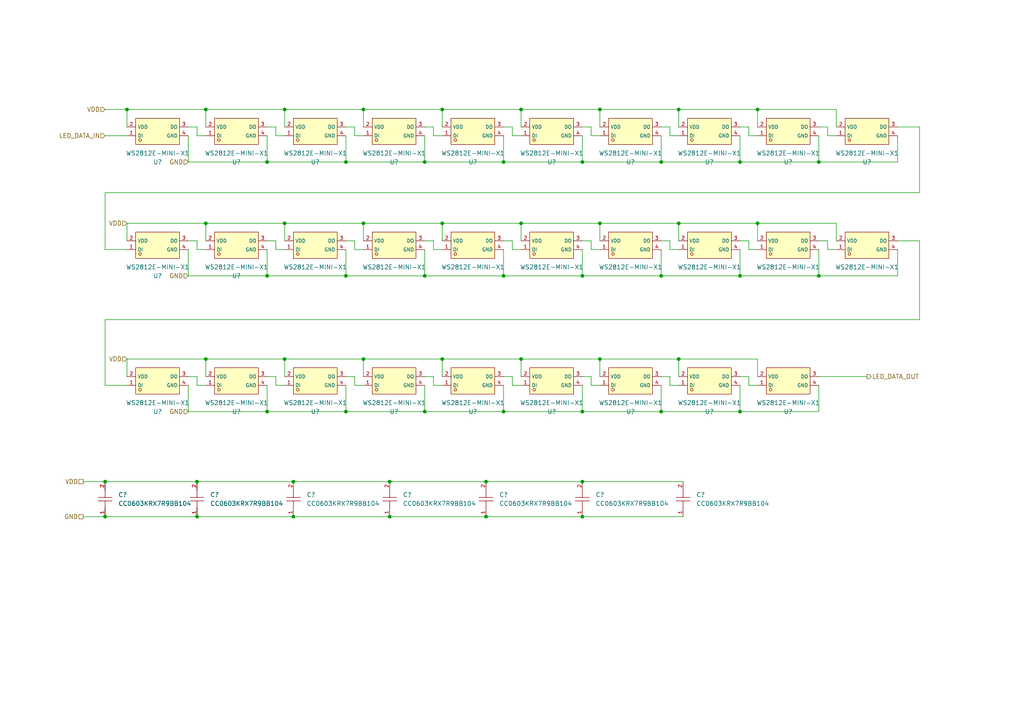
<source format=kicad_sch>
(kicad_sch (version 20230121) (generator eeschema)
  (paper "A4")
  (lib_symbols
    (symbol "CC0603KRX7R9BB104:CC0603KRX7R9BB104" (pin_names hide)
      (property "Reference" "C" (at 0 1.27 0))
      (property "Value" "CC0603KRX7R9BB104" (at 0 -2.54 0))
      (symbol "CC0603KRX7R9BB104_0_1"
        (polyline (pts (xy -0.508 -2.032) (xy -0.508 2.032)))
        (polyline (pts (xy -0.508 0) (xy -2.54 0)))
        (polyline (pts (xy 0.508 2.032) (xy 0.508 -2.032)))
        (polyline (pts (xy 2.54 0) (xy 0.508 0)))
        (pin unspecified line (at -5.08 0 0) (length 2.54) (name "1") (number "1"))
        (pin unspecified line (at 5.08 0 180) (length 2.54) (name "2") (number "2"))
      )
    )
    (symbol "WS2812E-MINI-X1:WS2812E-MINI-X1"
      (property "Reference" "U" (at 0 1.27 0))
      (property "Value" "WS2812E-MINI-X1" (at 0 -2.54 0))
      (symbol "WS2812E-MINI-X1_0_1"
        (rectangle (start -6.35 3.81) (end 6.35 -3.81) (fill (type background)))
        (circle (center -5.08 2.54) (radius 0.381) (fill (type background)))
        (pin unspecified line (at -8.89 1.27 0) (length 2.54) (name "DI") (number "1"))
        (pin unspecified line (at -8.89 -1.27 0) (length 2.54) (name "VDD") (number "2"))
        (pin unspecified line (at 8.89 -1.27 180) (length 2.54) (name "DO") (number "3"))
        (pin unspecified line (at 8.89 1.27 180) (length 2.54) (name "GND") (number "4"))
      )
    )
  )
  (junction (at 214.63 119.38))
  (junction (at 219.71 64.77))
  (junction (at 85.09 139.7))
  (junction (at 36.83 31.75))
  (junction (at 173.99 31.75))
  (junction (at 173.99 104.14))
  (junction (at 191.77 119.38))
  (junction (at 237.49 46.99))
  (junction (at 100.33 80.01))
  (junction (at 140.97 149.86))
  (junction (at 146.05 119.38))
  (junction (at 128.27 31.75))
  (junction (at 219.71 31.75))
  (junction (at 100.33 46.99))
  (junction (at 57.15 149.86))
  (junction (at 173.99 64.77))
  (junction (at 128.27 64.77))
  (junction (at 77.47 80.01))
  (junction (at 77.47 119.38))
  (junction (at 82.55 31.75))
  (junction (at 214.63 46.99))
  (junction (at 30.48 139.7))
  (junction (at 30.48 149.86))
  (junction (at 123.19 46.99))
  (junction (at 113.03 149.86))
  (junction (at 105.41 31.75))
  (junction (at 128.27 104.14))
  (junction (at 140.97 139.7))
  (junction (at 105.41 104.14))
  (junction (at 123.19 119.38))
  (junction (at 113.03 139.7))
  (junction (at 168.91 149.86))
  (junction (at 59.69 104.14))
  (junction (at 82.55 64.77))
  (junction (at 105.41 64.77))
  (junction (at 57.15 139.7))
  (junction (at 168.91 46.99))
  (junction (at 168.91 80.01))
  (junction (at 191.77 80.01))
  (junction (at 59.69 64.77))
  (junction (at 151.13 104.14))
  (junction (at 146.05 80.01))
  (junction (at 196.85 104.14))
  (junction (at 151.13 31.75))
  (junction (at 82.55 104.14))
  (junction (at 146.05 46.99))
  (junction (at 123.19 80.01))
  (junction (at 77.47 46.99))
  (junction (at 59.69 31.75))
  (junction (at 237.49 80.01))
  (junction (at 100.33 119.38))
  (junction (at 196.85 64.77))
  (junction (at 151.13 64.77))
  (junction (at 196.85 31.75))
  (junction (at 168.91 119.38))
  (junction (at 85.09 149.86))
  (junction (at 214.63 80.01))
  (junction (at 191.77 46.99))
  (junction (at 168.91 139.7))
  (wire (pts (xy 240.03 39.37) (xy 242.57 39.37)))
  (wire (pts (xy 219.71 31.75) (xy 219.71 36.83)))
  (wire (pts (xy 217.17 69.85) (xy 217.17 72.39)))
  (wire (pts (xy 217.17 72.39) (xy 219.71 72.39)))
  (wire (pts (xy 171.45 36.83) (xy 171.45 39.37)))
  (wire (pts (xy 240.03 72.39) (xy 242.57 72.39)))
  (wire (pts (xy 214.63 119.38) (xy 237.49 119.38)))
  (wire (pts (xy 194.31 109.22) (xy 194.31 111.76)))
  (wire (pts (xy 24.13 149.86) (xy 30.48 149.86)))
  (wire (pts (xy 196.85 31.75) (xy 219.71 31.75)))
  (wire (pts (xy 194.31 72.39) (xy 196.85 72.39)))
  (wire (pts (xy 77.47 46.99) (xy 100.33 46.99)))
  (wire (pts (xy 146.05 36.83) (xy 148.59 36.83)))
  (wire (pts (xy 191.77 80.01) (xy 214.63 80.01)))
  (wire (pts (xy 125.73 39.37) (xy 128.27 39.37)))
  (wire (pts (xy 80.01 72.39) (xy 82.55 72.39)))
  (wire (pts (xy 140.97 139.7) (xy 168.91 139.7)))
  (wire (pts (xy 217.17 109.22) (xy 217.17 111.76)))
  (wire (pts (xy 266.7 69.85) (xy 266.7 92.71)))
  (wire (pts (xy 113.03 149.86) (xy 140.97 149.86)))
  (wire (pts (xy 171.45 39.37) (xy 173.99 39.37)))
  (wire (pts (xy 36.83 104.14) (xy 59.69 104.14)))
  (wire (pts (xy 214.63 46.99) (xy 237.49 46.99)))
  (wire (pts (xy 105.41 31.75) (xy 128.27 31.75)))
  (wire (pts (xy 123.19 69.85) (xy 125.73 69.85)))
  (wire (pts (xy 102.87 109.22) (xy 102.87 111.76)))
  (wire (pts (xy 237.49 109.22) (xy 251.46 109.22)))
  (wire (pts (xy 148.59 39.37) (xy 151.13 39.37)))
  (wire (pts (xy 57.15 36.83) (xy 57.15 39.37)))
  (wire (pts (xy 151.13 64.77) (xy 151.13 69.85)))
  (wire (pts (xy 219.71 64.77) (xy 242.57 64.77)))
  (wire (pts (xy 30.48 111.76) (xy 36.83 111.76)))
  (wire (pts (xy 168.91 119.38) (xy 168.91 111.76)))
  (wire (pts (xy 237.49 80.01) (xy 260.35 80.01)))
  (wire (pts (xy 146.05 119.38) (xy 168.91 119.38)))
  (wire (pts (xy 171.45 72.39) (xy 173.99 72.39)))
  (wire (pts (xy 82.55 31.75) (xy 82.55 36.83)))
  (wire (pts (xy 196.85 64.77) (xy 219.71 64.77)))
  (wire (pts (xy 194.31 111.76) (xy 196.85 111.76)))
  (wire (pts (xy 173.99 64.77) (xy 173.99 69.85)))
  (wire (pts (xy 100.33 80.01) (xy 100.33 72.39)))
  (wire (pts (xy 219.71 104.14) (xy 219.71 109.22)))
  (wire (pts (xy 242.57 64.77) (xy 242.57 69.85)))
  (wire (pts (xy 77.47 69.85) (xy 80.01 69.85)))
  (wire (pts (xy 100.33 109.22) (xy 102.87 109.22)))
  (wire (pts (xy 214.63 80.01) (xy 214.63 72.39)))
  (wire (pts (xy 125.73 109.22) (xy 125.73 111.76)))
  (wire (pts (xy 36.83 31.75) (xy 36.83 36.83)))
  (wire (pts (xy 36.83 64.77) (xy 36.83 69.85)))
  (wire (pts (xy 266.7 36.83) (xy 266.7 55.88)))
  (wire (pts (xy 113.03 139.7) (xy 140.97 139.7)))
  (wire (pts (xy 57.15 111.76) (xy 59.69 111.76)))
  (wire (pts (xy 77.47 80.01) (xy 100.33 80.01)))
  (wire (pts (xy 168.91 149.86) (xy 198.12 149.86)))
  (wire (pts (xy 146.05 80.01) (xy 146.05 72.39)))
  (wire (pts (xy 173.99 31.75) (xy 173.99 36.83)))
  (wire (pts (xy 105.41 64.77) (xy 105.41 69.85)))
  (wire (pts (xy 54.61 46.99) (xy 54.61 39.37)))
  (wire (pts (xy 214.63 109.22) (xy 217.17 109.22)))
  (wire (pts (xy 54.61 119.38) (xy 77.47 119.38)))
  (wire (pts (xy 82.55 64.77) (xy 82.55 69.85)))
  (wire (pts (xy 266.7 55.88) (xy 30.48 55.88)))
  (wire (pts (xy 123.19 119.38) (xy 146.05 119.38)))
  (wire (pts (xy 148.59 109.22) (xy 148.59 111.76)))
  (wire (pts (xy 168.91 46.99) (xy 168.91 39.37)))
  (wire (pts (xy 196.85 104.14) (xy 196.85 109.22)))
  (wire (pts (xy 100.33 46.99) (xy 123.19 46.99)))
  (wire (pts (xy 36.83 64.77) (xy 59.69 64.77)))
  (wire (pts (xy 128.27 64.77) (xy 128.27 69.85)))
  (wire (pts (xy 100.33 69.85) (xy 102.87 69.85)))
  (wire (pts (xy 260.35 80.01) (xy 260.35 72.39)))
  (wire (pts (xy 102.87 69.85) (xy 102.87 72.39)))
  (wire (pts (xy 260.35 46.99) (xy 260.35 39.37)))
  (wire (pts (xy 102.87 111.76) (xy 105.41 111.76)))
  (wire (pts (xy 57.15 139.7) (xy 85.09 139.7)))
  (wire (pts (xy 30.48 72.39) (xy 36.83 72.39)))
  (wire (pts (xy 148.59 69.85) (xy 148.59 72.39)))
  (wire (pts (xy 217.17 39.37) (xy 219.71 39.37)))
  (wire (pts (xy 36.83 104.14) (xy 36.83 109.22)))
  (wire (pts (xy 237.49 46.99) (xy 237.49 39.37)))
  (wire (pts (xy 82.55 31.75) (xy 105.41 31.75)))
  (wire (pts (xy 77.47 46.99) (xy 77.47 39.37)))
  (wire (pts (xy 59.69 104.14) (xy 82.55 104.14)))
  (wire (pts (xy 242.57 31.75) (xy 242.57 36.83)))
  (wire (pts (xy 240.03 69.85) (xy 240.03 72.39)))
  (wire (pts (xy 151.13 64.77) (xy 173.99 64.77)))
  (wire (pts (xy 173.99 104.14) (xy 196.85 104.14)))
  (wire (pts (xy 102.87 39.37) (xy 105.41 39.37)))
  (wire (pts (xy 191.77 69.85) (xy 194.31 69.85)))
  (wire (pts (xy 54.61 36.83) (xy 57.15 36.83)))
  (wire (pts (xy 196.85 104.14) (xy 219.71 104.14)))
  (wire (pts (xy 59.69 64.77) (xy 82.55 64.77)))
  (wire (pts (xy 102.87 36.83) (xy 102.87 39.37)))
  (wire (pts (xy 105.41 104.14) (xy 128.27 104.14)))
  (wire (pts (xy 54.61 46.99) (xy 77.47 46.99)))
  (wire (pts (xy 240.03 36.83) (xy 240.03 39.37)))
  (wire (pts (xy 30.48 55.88) (xy 30.48 72.39)))
  (wire (pts (xy 168.91 46.99) (xy 191.77 46.99)))
  (wire (pts (xy 30.48 149.86) (xy 57.15 149.86)))
  (wire (pts (xy 100.33 119.38) (xy 100.33 111.76)))
  (wire (pts (xy 151.13 104.14) (xy 173.99 104.14)))
  (wire (pts (xy 100.33 119.38) (xy 123.19 119.38)))
  (wire (pts (xy 123.19 119.38) (xy 123.19 111.76)))
  (wire (pts (xy 59.69 31.75) (xy 82.55 31.75)))
  (wire (pts (xy 57.15 39.37) (xy 59.69 39.37)))
  (wire (pts (xy 217.17 111.76) (xy 219.71 111.76)))
  (wire (pts (xy 214.63 80.01) (xy 237.49 80.01)))
  (wire (pts (xy 151.13 31.75) (xy 151.13 36.83)))
  (wire (pts (xy 151.13 104.14) (xy 151.13 109.22)))
  (wire (pts (xy 191.77 36.83) (xy 194.31 36.83)))
  (wire (pts (xy 30.48 139.7) (xy 57.15 139.7)))
  (wire (pts (xy 59.69 64.77) (xy 59.69 69.85)))
  (wire (pts (xy 59.69 31.75) (xy 59.69 36.83)))
  (wire (pts (xy 194.31 36.83) (xy 194.31 39.37)))
  (wire (pts (xy 85.09 139.7) (xy 113.03 139.7)))
  (wire (pts (xy 54.61 109.22) (xy 57.15 109.22)))
  (wire (pts (xy 77.47 109.22) (xy 80.01 109.22)))
  (wire (pts (xy 125.73 36.83) (xy 125.73 39.37)))
  (wire (pts (xy 191.77 80.01) (xy 191.77 72.39)))
  (wire (pts (xy 123.19 46.99) (xy 146.05 46.99)))
  (wire (pts (xy 196.85 31.75) (xy 196.85 36.83)))
  (wire (pts (xy 80.01 109.22) (xy 80.01 111.76)))
  (wire (pts (xy 146.05 69.85) (xy 148.59 69.85)))
  (wire (pts (xy 123.19 46.99) (xy 123.19 39.37)))
  (wire (pts (xy 54.61 69.85) (xy 57.15 69.85)))
  (wire (pts (xy 191.77 46.99) (xy 214.63 46.99)))
  (wire (pts (xy 214.63 46.99) (xy 214.63 39.37)))
  (wire (pts (xy 125.73 111.76) (xy 128.27 111.76)))
  (wire (pts (xy 237.49 80.01) (xy 237.49 72.39)))
  (wire (pts (xy 128.27 104.14) (xy 151.13 104.14)))
  (wire (pts (xy 171.45 109.22) (xy 171.45 111.76)))
  (wire (pts (xy 146.05 46.99) (xy 146.05 39.37)))
  (wire (pts (xy 105.41 64.77) (xy 128.27 64.77)))
  (wire (pts (xy 140.97 149.86) (xy 168.91 149.86)))
  (wire (pts (xy 30.48 39.37) (xy 36.83 39.37)))
  (wire (pts (xy 57.15 149.86) (xy 85.09 149.86)))
  (wire (pts (xy 105.41 31.75) (xy 105.41 36.83)))
  (wire (pts (xy 219.71 31.75) (xy 242.57 31.75)))
  (wire (pts (xy 54.61 80.01) (xy 54.61 72.39)))
  (wire (pts (xy 105.41 104.14) (xy 105.41 109.22)))
  (wire (pts (xy 168.91 139.7) (xy 198.12 139.7)))
  (wire (pts (xy 148.59 72.39) (xy 151.13 72.39)))
  (wire (pts (xy 191.77 109.22) (xy 194.31 109.22)))
  (wire (pts (xy 260.35 36.83) (xy 266.7 36.83)))
  (wire (pts (xy 171.45 111.76) (xy 173.99 111.76)))
  (wire (pts (xy 194.31 69.85) (xy 194.31 72.39)))
  (wire (pts (xy 77.47 119.38) (xy 100.33 119.38)))
  (wire (pts (xy 123.19 109.22) (xy 125.73 109.22)))
  (wire (pts (xy 148.59 111.76) (xy 151.13 111.76)))
  (wire (pts (xy 82.55 64.77) (xy 105.41 64.77)))
  (wire (pts (xy 128.27 64.77) (xy 151.13 64.77)))
  (wire (pts (xy 237.49 36.83) (xy 240.03 36.83)))
  (wire (pts (xy 146.05 80.01) (xy 168.91 80.01)))
  (wire (pts (xy 59.69 104.14) (xy 59.69 109.22)))
  (wire (pts (xy 168.91 36.83) (xy 171.45 36.83)))
  (wire (pts (xy 128.27 31.75) (xy 151.13 31.75)))
  (wire (pts (xy 77.47 80.01) (xy 77.47 72.39)))
  (wire (pts (xy 168.91 80.01) (xy 168.91 72.39)))
  (wire (pts (xy 123.19 80.01) (xy 146.05 80.01)))
  (wire (pts (xy 54.61 80.01) (xy 77.47 80.01)))
  (wire (pts (xy 77.47 36.83) (xy 80.01 36.83)))
  (wire (pts (xy 100.33 80.01) (xy 123.19 80.01)))
  (wire (pts (xy 146.05 46.99) (xy 168.91 46.99)))
  (wire (pts (xy 77.47 119.38) (xy 77.47 111.76)))
  (wire (pts (xy 214.63 36.83) (xy 217.17 36.83)))
  (wire (pts (xy 125.73 69.85) (xy 125.73 72.39)))
  (wire (pts (xy 82.55 104.14) (xy 82.55 109.22)))
  (wire (pts (xy 237.49 119.38) (xy 237.49 111.76)))
  (wire (pts (xy 123.19 80.01) (xy 123.19 72.39)))
  (wire (pts (xy 128.27 31.75) (xy 128.27 36.83)))
  (wire (pts (xy 57.15 72.39) (xy 59.69 72.39)))
  (wire (pts (xy 266.7 92.71) (xy 30.48 92.71)))
  (wire (pts (xy 194.31 39.37) (xy 196.85 39.37)))
  (wire (pts (xy 36.83 31.75) (xy 59.69 31.75)))
  (wire (pts (xy 217.17 36.83) (xy 217.17 39.37)))
  (wire (pts (xy 80.01 39.37) (xy 82.55 39.37)))
  (wire (pts (xy 30.48 92.71) (xy 30.48 111.76)))
  (wire (pts (xy 146.05 119.38) (xy 146.05 111.76)))
  (wire (pts (xy 191.77 119.38) (xy 214.63 119.38)))
  (wire (pts (xy 214.63 119.38) (xy 214.63 111.76)))
  (wire (pts (xy 173.99 104.14) (xy 173.99 109.22)))
  (wire (pts (xy 57.15 109.22) (xy 57.15 111.76)))
  (wire (pts (xy 30.48 31.75) (xy 36.83 31.75)))
  (wire (pts (xy 123.19 36.83) (xy 125.73 36.83)))
  (wire (pts (xy 168.91 80.01) (xy 191.77 80.01)))
  (wire (pts (xy 82.55 104.14) (xy 105.41 104.14)))
  (wire (pts (xy 148.59 36.83) (xy 148.59 39.37)))
  (wire (pts (xy 173.99 31.75) (xy 196.85 31.75)))
  (wire (pts (xy 100.33 46.99) (xy 100.33 39.37)))
  (wire (pts (xy 219.71 64.77) (xy 219.71 69.85)))
  (wire (pts (xy 191.77 119.38) (xy 191.77 111.76)))
  (wire (pts (xy 237.49 46.99) (xy 260.35 46.99)))
  (wire (pts (xy 168.91 69.85) (xy 171.45 69.85)))
  (wire (pts (xy 80.01 111.76) (xy 82.55 111.76)))
  (wire (pts (xy 237.49 69.85) (xy 240.03 69.85)))
  (wire (pts (xy 57.15 69.85) (xy 57.15 72.39)))
  (wire (pts (xy 102.87 72.39) (xy 105.41 72.39)))
  (wire (pts (xy 80.01 36.83) (xy 80.01 39.37)))
  (wire (pts (xy 54.61 119.38) (xy 54.61 111.76)))
  (wire (pts (xy 173.99 64.77) (xy 196.85 64.77)))
  (wire (pts (xy 80.01 69.85) (xy 80.01 72.39)))
  (wire (pts (xy 171.45 69.85) (xy 171.45 72.39)))
  (wire (pts (xy 196.85 64.77) (xy 196.85 69.85)))
  (wire (pts (xy 146.05 109.22) (xy 148.59 109.22)))
  (wire (pts (xy 125.73 72.39) (xy 128.27 72.39)))
  (wire (pts (xy 168.91 109.22) (xy 171.45 109.22)))
  (wire (pts (xy 260.35 69.85) (xy 266.7 69.85)))
  (wire (pts (xy 214.63 69.85) (xy 217.17 69.85)))
  (wire (pts (xy 168.91 119.38) (xy 191.77 119.38)))
  (wire (pts (xy 24.13 139.7) (xy 30.48 139.7)))
  (wire (pts (xy 128.27 104.14) (xy 128.27 109.22)))
  (wire (pts (xy 191.77 46.99) (xy 191.77 39.37)))
  (wire (pts (xy 85.09 149.86) (xy 113.03 149.86)))
  (wire (pts (xy 100.33 36.83) (xy 102.87 36.83)))
  (wire (pts (xy 151.13 31.75) (xy 173.99 31.75)))
  (hierarchical_label "GND" (shape input) (at 54.61 46.99 180))
  (hierarchical_label "GND" (shape input) (at 54.61 80.01 180))
  (hierarchical_label "LED_DATA_IN" (shape input) (at 30.48 39.37 180))
  (hierarchical_label "GND" (shape input) (at 54.61 119.38 180))
  (hierarchical_label "VDD" (shape input) (at 36.83 104.14 180))
  (hierarchical_label "VDD" (shape passive) (at 24.13 139.7 180))
  (hierarchical_label "LED_DATA_OUT" (shape output) (at 251.46 109.22 0))
  (hierarchical_label "GND" (shape passive) (at 24.13 149.86 180))
  (hierarchical_label "VDD" (shape input) (at 36.83 64.77 180))
  (hierarchical_label "VDD" (shape input) (at 30.48 31.75 180))
  (symbol (lib_id "WS2812E-MINI-X1:WS2812E-MINI-X1") (at 182.88 71.12 0) (mirror x) (unit 1)
    (property "Reference" "U?" (effects hide))
    (property "Value" "WS2812E-MINI-X1" (at 182.88 77.47 0))
    (property "Footprint" "footprint:LED-SMD_4P-L3.7-W3.5-P1.75-BR-SK6812MINI" (effects hide))
    (property "Datasheet" "https://img.jlc.com//pdf/applyPasteComponent/2021-08-13/227897A/fe3af65e2fb740009f9ca81730226214/3535%E5%B9%BB%E5%BD%A9%E7%9F%AE%E6%9D%AF%E8%A7%84%E6%A0%BC%E4%B9%A6.pdf" (effects hide))
    (property "LCSC" "C4154871" (effects hide))
    (instances (project "Kaboom_box" (path "" (reference "U?") (unit 1)) (path "" (reference "U?") (unit 1)) (path "" (reference "U123") (unit 1)) (path "" (reference "U166") (unit 1))))
  )
  (symbol (lib_id "WS2812E-MINI-X1:WS2812E-MINI-X1") (at 251.46 71.12 0) (mirror x) (unit 1)
    (property "Reference" "U?" (effects hide))
    (property "Value" "WS2812E-MINI-X1" (at 251.46 77.47 0))
    (property "Footprint" "footprint:LED-SMD_4P-L3.7-W3.5-P1.75-BR-SK6812MINI" (effects hide))
    (property "Datasheet" "https://img.jlc.com//pdf/applyPasteComponent/2021-08-13/227897A/fe3af65e2fb740009f9ca81730226214/3535%E5%B9%BB%E5%BD%A9%E7%9F%AE%E6%9D%AF%E8%A7%84%E6%A0%BC%E4%B9%A6.pdf" (effects hide))
    (property "LCSC" "C4154871" (effects hide))
    (instances (project "Kaboom_box" (path "" (reference "U?") (unit 1)) (path "" (reference "U?") (unit 1)) (path "" (reference "U126") (unit 1)) (path "" (reference "U169") (unit 1))))
  )
  (symbol (lib_id "WS2812E-MINI-X1:WS2812E-MINI-X1") (at 45.72 110.49 0) (mirror x) (unit 1)
    (property "Reference" "U?" (at 45.72 119.38 0))
    (property "Value" "WS2812E-MINI-X1" (at 45.72 116.84 0))
    (property "Footprint" "footprint:LED-SMD_4P-L3.7-W3.5-P1.75-BR-SK6812MINI" (effects hide))
    (property "Datasheet" "https://img.jlc.com//pdf/applyPasteComponent/2021-08-13/227897A/fe3af65e2fb740009f9ca81730226214/3535%E5%B9%BB%E5%BD%A9%E7%9F%AE%E6%9D%AF%E8%A7%84%E6%A0%BC%E4%B9%A6.pdf" (effects hide))
    (property "LCSC" "C4154871" (effects hide))
    (instances (project "Kaboom_box" (path "" (reference "U?") (unit 1)) (path "" (reference "U?") (unit 1)) (path "" (reference "U127") (unit 1)) (path "" (reference "U170") (unit 1))))
  )
  (symbol (lib_id "WS2812E-MINI-X1:WS2812E-MINI-X1") (at 68.58 71.12 0) (mirror x) (unit 1)
    (property "Reference" "U?" (at 68.58 80.01 0))
    (property "Value" "WS2812E-MINI-X1" (at 68.58 77.47 0))
    (property "Footprint" "footprint:LED-SMD_4P-L3.7-W3.5-P1.75-BR-SK6812MINI" (effects hide))
    (property "Datasheet" "https://img.jlc.com//pdf/applyPasteComponent/2021-08-13/227897A/fe3af65e2fb740009f9ca81730226214/3535%E5%B9%BB%E5%BD%A9%E7%9F%AE%E6%9D%AF%E8%A7%84%E6%A0%BC%E4%B9%A6.pdf" (effects hide))
    (property "LCSC" "C4154871" (effects hide))
    (instances (project "Kaboom_box" (path "" (reference "U?") (unit 1)) (path "" (reference "U?") (unit 1)) (path "" (reference "U118") (unit 1)) (path "" (reference "U161") (unit 1))))
  )
  (symbol (lib_id "WS2812E-MINI-X1:WS2812E-MINI-X1") (at 68.58 38.1 0) (mirror x) (unit 1)
    (property "Reference" "U?" (at 68.58 46.99 0))
    (property "Value" "WS2812E-MINI-X1" (at 68.58 44.45 0))
    (property "Footprint" "footprint:LED-SMD_4P-L3.7-W3.5-P1.75-BR-SK6812MINI" (effects hide))
    (property "Datasheet" "https://img.jlc.com//pdf/applyPasteComponent/2021-08-13/227897A/fe3af65e2fb740009f9ca81730226214/3535%E5%B9%BB%E5%BD%A9%E7%9F%AE%E6%9D%AF%E8%A7%84%E6%A0%BC%E4%B9%A6.pdf" (effects hide))
    (property "LCSC" "C4154871" (effects hide))
    (instances (project "Kaboom_box" (path "" (reference "U?") (unit 1)) (path "" (reference "U?") (unit 1)) (path "" (reference "U108") (unit 1)) (path "" (reference "U151") (unit 1))))
  )
  (symbol (lib_id "WS2812E-MINI-X1:WS2812E-MINI-X1") (at 91.44 38.1 0) (mirror x) (unit 1)
    (property "Reference" "U?" (at 91.44 46.99 0))
    (property "Value" "WS2812E-MINI-X1" (at 91.44 44.45 0))
    (property "Footprint" "footprint:LED-SMD_4P-L3.7-W3.5-P1.75-BR-SK6812MINI" (effects hide))
    (property "Datasheet" "https://img.jlc.com//pdf/applyPasteComponent/2021-08-13/227897A/fe3af65e2fb740009f9ca81730226214/3535%E5%B9%BB%E5%BD%A9%E7%9F%AE%E6%9D%AF%E8%A7%84%E6%A0%BC%E4%B9%A6.pdf" (effects hide))
    (property "LCSC" "C4154871" (effects hide))
    (instances (project "Kaboom_box" (path "" (reference "U?") (unit 1)) (path "" (reference "U?") (unit 1)) (path "" (reference "U109") (unit 1)) (path "" (reference "U152") (unit 1))))
  )
  (symbol (lib_id "WS2812E-MINI-X1:WS2812E-MINI-X1") (at 137.16 71.12 0) (mirror x) (unit 1)
    (property "Reference" "U?" (effects hide))
    (property "Value" "WS2812E-MINI-X1" (at 137.16 77.47 0))
    (property "Footprint" "footprint:LED-SMD_4P-L3.7-W3.5-P1.75-BR-SK6812MINI" (effects hide))
    (property "Datasheet" "https://img.jlc.com//pdf/applyPasteComponent/2021-08-13/227897A/fe3af65e2fb740009f9ca81730226214/3535%E5%B9%BB%E5%BD%A9%E7%9F%AE%E6%9D%AF%E8%A7%84%E6%A0%BC%E4%B9%A6.pdf" (effects hide))
    (property "LCSC" "C4154871" (effects hide))
    (instances (project "Kaboom_box" (path "" (reference "U?") (unit 1)) (path "" (reference "U?") (unit 1)) (path "" (reference "U121") (unit 1)) (path "" (reference "U164") (unit 1))))
  )
  (symbol (lib_id "CC0603KRX7R9BB104:CC0603KRX7R9BB104") (at 85.09 144.78 90) (unit 1)
    (property "Reference" "C?" (at 88.9 143.51 90) (effects (justify right)))
    (property "Value" "CC0603KRX7R9BB104" (at 88.9 146.05 90) (effects (justify right)))
    (property "Footprint" "footprint:C0603" (effects hide))
    (property "Datasheet" "https://item.szlcsc.com/362304.html" (effects hide))
    (property "LCSC" "C14663" (effects hide))
    (instances (project "Kaboom_box" (path "" (reference "C?") (unit 1)) (path "" (reference "C?") (unit 1)) (path "" (reference "C103") (unit 1)) (path "" (reference "C122") (unit 1))))
  )
  (symbol (lib_id "WS2812E-MINI-X1:WS2812E-MINI-X1") (at 91.44 71.12 0) (mirror x) (unit 1)
    (property "Reference" "U?" (effects hide))
    (property "Value" "WS2812E-MINI-X1" (at 91.44 77.47 0))
    (property "Footprint" "footprint:LED-SMD_4P-L3.7-W3.5-P1.75-BR-SK6812MINI" (effects hide))
    (property "Datasheet" "https://img.jlc.com//pdf/applyPasteComponent/2021-08-13/227897A/fe3af65e2fb740009f9ca81730226214/3535%E5%B9%BB%E5%BD%A9%E7%9F%AE%E6%9D%AF%E8%A7%84%E6%A0%BC%E4%B9%A6.pdf" (effects hide))
    (property "LCSC" "C4154871" (effects hide))
    (instances (project "Kaboom_box" (path "" (reference "U?") (unit 1)) (path "" (reference "U?") (unit 1)) (path "" (reference "U119") (unit 1)) (path "" (reference "U162") (unit 1))))
  )
  (symbol (lib_id "WS2812E-MINI-X1:WS2812E-MINI-X1") (at 45.72 38.1 0) (mirror x) (unit 1)
    (property "Reference" "U?" (at 45.72 46.99 0))
    (property "Value" "WS2812E-MINI-X1" (at 45.72 44.45 0))
    (property "Footprint" "footprint:LED-SMD_4P-L3.7-W3.5-P1.75-BR-SK6812MINI" (effects hide))
    (property "Datasheet" "https://img.jlc.com//pdf/applyPasteComponent/2021-08-13/227897A/fe3af65e2fb740009f9ca81730226214/3535%E5%B9%BB%E5%BD%A9%E7%9F%AE%E6%9D%AF%E8%A7%84%E6%A0%BC%E4%B9%A6.pdf" (effects hide))
    (property "LCSC" "C4154871" (effects hide))
    (instances (project "Kaboom_box" (path "" (reference "U?") (unit 1)) (path "" (reference "U?") (unit 1)) (path "" (reference "U107") (unit 1)) (path "" (reference "U150") (unit 1))))
  )
  (symbol (lib_id "WS2812E-MINI-X1:WS2812E-MINI-X1") (at 228.6 71.12 0) (mirror x) (unit 1)
    (property "Reference" "U?" (effects hide))
    (property "Value" "WS2812E-MINI-X1" (at 228.6 77.47 0))
    (property "Footprint" "footprint:LED-SMD_4P-L3.7-W3.5-P1.75-BR-SK6812MINI" (effects hide))
    (property "Datasheet" "https://img.jlc.com//pdf/applyPasteComponent/2021-08-13/227897A/fe3af65e2fb740009f9ca81730226214/3535%E5%B9%BB%E5%BD%A9%E7%9F%AE%E6%9D%AF%E8%A7%84%E6%A0%BC%E4%B9%A6.pdf" (effects hide))
    (property "LCSC" "C4154871" (effects hide))
    (instances (project "Kaboom_box" (path "" (reference "U?") (unit 1)) (path "" (reference "U?") (unit 1)) (path "" (reference "U125") (unit 1)) (path "" (reference "U168") (unit 1))))
  )
  (symbol (lib_id "CC0603KRX7R9BB104:CC0603KRX7R9BB104") (at 113.03 144.78 90) (unit 1)
    (property "Reference" "C?" (at 116.84 143.51 90) (effects (justify right)))
    (property "Value" "CC0603KRX7R9BB104" (at 116.84 146.05 90) (effects (justify right)))
    (property "Footprint" "footprint:C0603" (effects hide))
    (property "Datasheet" "https://item.szlcsc.com/362304.html" (effects hide))
    (property "LCSC" "C14663" (effects hide))
    (instances (project "Kaboom_box" (path "" (reference "C?") (unit 1)) (path "" (reference "C?") (unit 1)) (path "" (reference "C104") (unit 1)) (path "" (reference "C123") (unit 1))))
  )
  (symbol (lib_id "WS2812E-MINI-X1:WS2812E-MINI-X1") (at 160.02 38.1 0) (mirror x) (unit 1)
    (property "Reference" "U?" (at 160.02 46.99 0))
    (property "Value" "WS2812E-MINI-X1" (at 160.02 44.45 0))
    (property "Footprint" "footprint:LED-SMD_4P-L3.7-W3.5-P1.75-BR-SK6812MINI" (effects hide))
    (property "Datasheet" "https://img.jlc.com//pdf/applyPasteComponent/2021-08-13/227897A/fe3af65e2fb740009f9ca81730226214/3535%E5%B9%BB%E5%BD%A9%E7%9F%AE%E6%9D%AF%E8%A7%84%E6%A0%BC%E4%B9%A6.pdf" (effects hide))
    (property "LCSC" "C4154871" (effects hide))
    (instances (project "Kaboom_box" (path "" (reference "U?") (unit 1)) (path "" (reference "U?") (unit 1)) (path "" (reference "U112") (unit 1)) (path "" (reference "U155") (unit 1))))
  )
  (symbol (lib_id "CC0603KRX7R9BB104:CC0603KRX7R9BB104") (at 168.91 144.78 90) (unit 1)
    (property "Reference" "C?" (at 172.72 143.51 90) (effects (justify right)))
    (property "Value" "CC0603KRX7R9BB104" (at 172.72 146.05 90) (effects (justify right)))
    (property "Footprint" "footprint:C0603" (effects hide))
    (property "Datasheet" "https://item.szlcsc.com/362304.html" (effects hide))
    (property "LCSC" "C14663" (effects hide))
    (instances (project "Kaboom_box" (path "" (reference "C?") (unit 1)) (path "" (reference "C?") (unit 1)) (path "" (reference "C106") (unit 1)) (path "" (reference "C125") (unit 1))))
  )
  (symbol (lib_id "WS2812E-MINI-X1:WS2812E-MINI-X1") (at 114.3 71.12 0) (mirror x) (unit 1)
    (property "Reference" "U?" (effects hide))
    (property "Value" "WS2812E-MINI-X1" (at 114.3 77.47 0))
    (property "Footprint" "footprint:LED-SMD_4P-L3.7-W3.5-P1.75-BR-SK6812MINI" (effects hide))
    (property "Datasheet" "https://img.jlc.com//pdf/applyPasteComponent/2021-08-13/227897A/fe3af65e2fb740009f9ca81730226214/3535%E5%B9%BB%E5%BD%A9%E7%9F%AE%E6%9D%AF%E8%A7%84%E6%A0%BC%E4%B9%A6.pdf" (effects hide))
    (property "LCSC" "C4154871" (effects hide))
    (instances (project "Kaboom_box" (path "" (reference "U?") (unit 1)) (path "" (reference "U?") (unit 1)) (path "" (reference "U120") (unit 1)) (path "" (reference "U163") (unit 1))))
  )
  (symbol (lib_id "CC0603KRX7R9BB104:CC0603KRX7R9BB104") (at 198.12 144.78 90) (unit 1)
    (property "Reference" "C?" (at 201.93 143.51 90) (effects (justify right)))
    (property "Value" "CC0603KRX7R9BB104" (at 201.93 146.05 90) (effects (justify right)))
    (property "Footprint" "footprint:C0603" (effects hide))
    (property "Datasheet" "https://item.szlcsc.com/362304.html" (effects hide))
    (property "LCSC" "C14663" (effects hide))
    (instances (project "Kaboom_box" (path "" (reference "C?") (unit 1)) (path "" (reference "C?") (unit 1)) (path "" (reference "C107") (unit 1)) (path "" (reference "C126") (unit 1))))
  )
  (symbol (lib_id "WS2812E-MINI-X1:WS2812E-MINI-X1") (at 160.02 110.49 0) (mirror x) (unit 1)
    (property "Reference" "U?" (at 160.02 119.38 0))
    (property "Value" "WS2812E-MINI-X1" (at 160.02 116.84 0))
    (property "Footprint" "footprint:LED-SMD_4P-L3.7-W3.5-P1.75-BR-SK6812MINI" (effects hide))
    (property "Datasheet" "https://img.jlc.com//pdf/applyPasteComponent/2021-08-13/227897A/fe3af65e2fb740009f9ca81730226214/3535%E5%B9%BB%E5%BD%A9%E7%9F%AE%E6%9D%AF%E8%A7%84%E6%A0%BC%E4%B9%A6.pdf" (effects hide))
    (property "LCSC" "C4154871" (effects hide))
    (instances (project "Kaboom_box" (path "" (reference "U?") (unit 1)) (path "" (reference "U?") (unit 1)) (path "" (reference "U132") (unit 1)) (path "" (reference "U175") (unit 1))))
  )
  (symbol (lib_id "WS2812E-MINI-X1:WS2812E-MINI-X1") (at 182.88 110.49 0) (mirror x) (unit 1)
    (property "Reference" "U?" (at 182.88 119.38 0))
    (property "Value" "WS2812E-MINI-X1" (at 182.88 116.84 0))
    (property "Footprint" "footprint:LED-SMD_4P-L3.7-W3.5-P1.75-BR-SK6812MINI" (effects hide))
    (property "Datasheet" "https://img.jlc.com//pdf/applyPasteComponent/2021-08-13/227897A/fe3af65e2fb740009f9ca81730226214/3535%E5%B9%BB%E5%BD%A9%E7%9F%AE%E6%9D%AF%E8%A7%84%E6%A0%BC%E4%B9%A6.pdf" (effects hide))
    (property "LCSC" "C4154871" (effects hide))
    (instances (project "Kaboom_box" (path "" (reference "U?") (unit 1)) (path "" (reference "U?") (unit 1)) (path "" (reference "U133") (unit 1)) (path "" (reference "U176") (unit 1))))
  )
  (symbol (lib_id "CC0603KRX7R9BB104:CC0603KRX7R9BB104") (at 57.15 144.78 90) (unit 1)
    (property "Reference" "C?" (at 60.96 143.51 90) (effects (justify right)))
    (property "Value" "CC0603KRX7R9BB104" (at 60.96 146.05 90) (effects (justify right)))
    (property "Footprint" "footprint:C0603" (effects hide))
    (property "Datasheet" "https://item.szlcsc.com/362304.html" (effects hide))
    (property "LCSC" "C14663" (effects hide))
    (instances (project "Kaboom_box" (path "" (reference "C?") (unit 1)) (path "" (reference "C?") (unit 1)) (path "" (reference "C102") (unit 1)) (path "" (reference "C121") (unit 1))))
  )
  (symbol (lib_id "CC0603KRX7R9BB104:CC0603KRX7R9BB104") (at 140.97 144.78 90) (unit 1)
    (property "Reference" "C?" (at 144.78 143.51 90) (effects (justify right)))
    (property "Value" "CC0603KRX7R9BB104" (at 144.78 146.05 90) (effects (justify right)))
    (property "Footprint" "footprint:C0603" (effects hide))
    (property "Datasheet" "https://item.szlcsc.com/362304.html" (effects hide))
    (property "LCSC" "C14663" (effects hide))
    (instances (project "Kaboom_box" (path "" (reference "C?") (unit 1)) (path "" (reference "C?") (unit 1)) (path "" (reference "C105") (unit 1)) (path "" (reference "C124") (unit 1))))
  )
  (symbol (lib_id "WS2812E-MINI-X1:WS2812E-MINI-X1") (at 91.44 110.49 0) (mirror x) (unit 1)
    (property "Reference" "U?" (at 91.44 119.38 0))
    (property "Value" "WS2812E-MINI-X1" (at 91.44 116.84 0))
    (property "Footprint" "footprint:LED-SMD_4P-L3.7-W3.5-P1.75-BR-SK6812MINI" (effects hide))
    (property "Datasheet" "https://img.jlc.com//pdf/applyPasteComponent/2021-08-13/227897A/fe3af65e2fb740009f9ca81730226214/3535%E5%B9%BB%E5%BD%A9%E7%9F%AE%E6%9D%AF%E8%A7%84%E6%A0%BC%E4%B9%A6.pdf" (effects hide))
    (property "LCSC" "C4154871" (effects hide))
    (instances (project "Kaboom_box" (path "" (reference "U?") (unit 1)) (path "" (reference "U?") (unit 1)) (path "" (reference "U129") (unit 1)) (path "" (reference "U172") (unit 1))))
  )
  (symbol (lib_id "WS2812E-MINI-X1:WS2812E-MINI-X1") (at 114.3 38.1 0) (mirror x) (unit 1)
    (property "Reference" "U?" (at 114.3 46.99 0))
    (property "Value" "WS2812E-MINI-X1" (at 114.3 44.45 0))
    (property "Footprint" "footprint:LED-SMD_4P-L3.7-W3.5-P1.75-BR-SK6812MINI" (effects hide))
    (property "Datasheet" "https://img.jlc.com//pdf/applyPasteComponent/2021-08-13/227897A/fe3af65e2fb740009f9ca81730226214/3535%E5%B9%BB%E5%BD%A9%E7%9F%AE%E6%9D%AF%E8%A7%84%E6%A0%BC%E4%B9%A6.pdf" (effects hide))
    (property "LCSC" "C4154871" (effects hide))
    (instances (project "Kaboom_box" (path "" (reference "U?") (unit 1)) (path "" (reference "U?") (unit 1)) (path "" (reference "U110") (unit 1)) (path "" (reference "U153") (unit 1))))
  )
  (symbol (lib_id "WS2812E-MINI-X1:WS2812E-MINI-X1") (at 182.88 38.1 0) (mirror x) (unit 1)
    (property "Reference" "U?" (at 182.88 46.99 0))
    (property "Value" "WS2812E-MINI-X1" (at 182.88 44.45 0))
    (property "Footprint" "footprint:LED-SMD_4P-L3.7-W3.5-P1.75-BR-SK6812MINI" (effects hide))
    (property "Datasheet" "https://img.jlc.com//pdf/applyPasteComponent/2021-08-13/227897A/fe3af65e2fb740009f9ca81730226214/3535%E5%B9%BB%E5%BD%A9%E7%9F%AE%E6%9D%AF%E8%A7%84%E6%A0%BC%E4%B9%A6.pdf" (effects hide))
    (property "LCSC" "C4154871" (effects hide))
    (instances (project "Kaboom_box" (path "" (reference "U?") (unit 1)) (path "" (reference "U?") (unit 1)) (path "" (reference "U113") (unit 1)) (path "" (reference "U156") (unit 1))))
  )
  (symbol (lib_id "WS2812E-MINI-X1:WS2812E-MINI-X1") (at 137.16 38.1 0) (mirror x) (unit 1)
    (property "Reference" "U?" (at 137.16 46.99 0))
    (property "Value" "WS2812E-MINI-X1" (at 137.16 44.45 0))
    (property "Footprint" "footprint:LED-SMD_4P-L3.7-W3.5-P1.75-BR-SK6812MINI" (effects hide))
    (property "Datasheet" "https://img.jlc.com//pdf/applyPasteComponent/2021-08-13/227897A/fe3af65e2fb740009f9ca81730226214/3535%E5%B9%BB%E5%BD%A9%E7%9F%AE%E6%9D%AF%E8%A7%84%E6%A0%BC%E4%B9%A6.pdf" (effects hide))
    (property "LCSC" "C4154871" (effects hide))
    (instances (project "Kaboom_box" (path "" (reference "U?") (unit 1)) (path "" (reference "U?") (unit 1)) (path "" (reference "U111") (unit 1)) (path "" (reference "U154") (unit 1))))
  )
  (symbol (lib_id "WS2812E-MINI-X1:WS2812E-MINI-X1") (at 68.58 110.49 0) (mirror x) (unit 1)
    (property "Reference" "U?" (at 68.58 119.38 0))
    (property "Value" "WS2812E-MINI-X1" (at 68.58 116.84 0))
    (property "Footprint" "footprint:LED-SMD_4P-L3.7-W3.5-P1.75-BR-SK6812MINI" (effects hide))
    (property "Datasheet" "https://img.jlc.com//pdf/applyPasteComponent/2021-08-13/227897A/fe3af65e2fb740009f9ca81730226214/3535%E5%B9%BB%E5%BD%A9%E7%9F%AE%E6%9D%AF%E8%A7%84%E6%A0%BC%E4%B9%A6.pdf" (effects hide))
    (property "LCSC" "C4154871" (effects hide))
    (instances (project "Kaboom_box" (path "" (reference "U?") (unit 1)) (path "" (reference "U?") (unit 1)) (path "" (reference "U128") (unit 1)) (path "" (reference "U171") (unit 1))))
  )
  (symbol (lib_id "WS2812E-MINI-X1:WS2812E-MINI-X1") (at 205.74 38.1 0) (mirror x) (unit 1)
    (property "Reference" "U?" (at 205.74 46.99 0))
    (property "Value" "WS2812E-MINI-X1" (at 205.74 44.45 0))
    (property "Footprint" "footprint:LED-SMD_4P-L3.7-W3.5-P1.75-BR-SK6812MINI" (effects hide))
    (property "Datasheet" "https://img.jlc.com//pdf/applyPasteComponent/2021-08-13/227897A/fe3af65e2fb740009f9ca81730226214/3535%E5%B9%BB%E5%BD%A9%E7%9F%AE%E6%9D%AF%E8%A7%84%E6%A0%BC%E4%B9%A6.pdf" (effects hide))
    (property "LCSC" "C4154871" (effects hide))
    (instances (project "Kaboom_box" (path "" (reference "U?") (unit 1)) (path "" (reference "U?") (unit 1)) (path "" (reference "U114") (unit 1)) (path "" (reference "U157") (unit 1))))
  )
  (symbol (lib_id "WS2812E-MINI-X1:WS2812E-MINI-X1") (at 137.16 110.49 0) (mirror x) (unit 1)
    (property "Reference" "U?" (at 137.16 119.38 0))
    (property "Value" "WS2812E-MINI-X1" (at 137.16 116.84 0))
    (property "Footprint" "footprint:LED-SMD_4P-L3.7-W3.5-P1.75-BR-SK6812MINI" (effects hide))
    (property "Datasheet" "https://img.jlc.com//pdf/applyPasteComponent/2021-08-13/227897A/fe3af65e2fb740009f9ca81730226214/3535%E5%B9%BB%E5%BD%A9%E7%9F%AE%E6%9D%AF%E8%A7%84%E6%A0%BC%E4%B9%A6.pdf" (effects hide))
    (property "LCSC" "C4154871" (effects hide))
    (instances (project "Kaboom_box" (path "" (reference "U?") (unit 1)) (path "" (reference "U?") (unit 1)) (path "" (reference "U131") (unit 1)) (path "" (reference "U174") (unit 1))))
  )
  (symbol (lib_id "WS2812E-MINI-X1:WS2812E-MINI-X1") (at 228.6 38.1 0) (mirror x) (unit 1)
    (property "Reference" "U?" (at 228.6 46.99 0))
    (property "Value" "WS2812E-MINI-X1" (at 228.6 44.45 0))
    (property "Footprint" "footprint:LED-SMD_4P-L3.7-W3.5-P1.75-BR-SK6812MINI" (effects hide))
    (property "Datasheet" "https://img.jlc.com//pdf/applyPasteComponent/2021-08-13/227897A/fe3af65e2fb740009f9ca81730226214/3535%E5%B9%BB%E5%BD%A9%E7%9F%AE%E6%9D%AF%E8%A7%84%E6%A0%BC%E4%B9%A6.pdf" (effects hide))
    (property "LCSC" "C4154871" (effects hide))
    (instances (project "Kaboom_box" (path "" (reference "U?") (unit 1)) (path "" (reference "U?") (unit 1)) (path "" (reference "U115") (unit 1)) (path "" (reference "U158") (unit 1))))
  )
  (symbol (lib_id "WS2812E-MINI-X1:WS2812E-MINI-X1") (at 251.46 38.1 0) (mirror x) (unit 1)
    (property "Reference" "U?" (at 251.46 46.99 0))
    (property "Value" "WS2812E-MINI-X1" (at 251.46 44.45 0))
    (property "Footprint" "footprint:LED-SMD_4P-L3.7-W3.5-P1.75-BR-SK6812MINI" (effects hide))
    (property "Datasheet" "https://img.jlc.com//pdf/applyPasteComponent/2021-08-13/227897A/fe3af65e2fb740009f9ca81730226214/3535%E5%B9%BB%E5%BD%A9%E7%9F%AE%E6%9D%AF%E8%A7%84%E6%A0%BC%E4%B9%A6.pdf" (effects hide))
    (property "LCSC" "C4154871" (effects hide))
    (instances (project "Kaboom_box" (path "" (reference "U?") (unit 1)) (path "" (reference "U?") (unit 1)) (path "" (reference "U116") (unit 1)) (path "" (reference "U159") (unit 1))))
  )
  (symbol (lib_id "WS2812E-MINI-X1:WS2812E-MINI-X1") (at 228.6 110.49 0) (mirror x) (unit 1)
    (property "Reference" "U?" (at 228.6 119.38 0))
    (property "Value" "WS2812E-MINI-X1" (at 228.6 116.84 0))
    (property "Footprint" "footprint:LED-SMD_4P-L3.7-W3.5-P1.75-BR-SK6812MINI" (effects hide))
    (property "Datasheet" "https://img.jlc.com//pdf/applyPasteComponent/2021-08-13/227897A/fe3af65e2fb740009f9ca81730226214/3535%E5%B9%BB%E5%BD%A9%E7%9F%AE%E6%9D%AF%E8%A7%84%E6%A0%BC%E4%B9%A6.pdf" (effects hide))
    (property "LCSC" "C4154871" (effects hide))
    (instances (project "Kaboom_box" (path "" (reference "U?") (unit 1)) (path "" (reference "U?") (unit 1)) (path "" (reference "U135") (unit 1)) (path "" (reference "U178") (unit 1))))
  )
  (symbol (lib_id "CC0603KRX7R9BB104:CC0603KRX7R9BB104") (at 30.48 144.78 90) (unit 1)
    (property "Reference" "C?" (at 34.29 143.51 90) (effects (justify right)))
    (property "Value" "CC0603KRX7R9BB104" (at 34.29 146.05 90) (effects (justify right)))
    (property "Footprint" "footprint:C0603" (effects hide))
    (property "Datasheet" "https://item.szlcsc.com/362304.html" (effects hide))
    (property "LCSC" "C14663" (effects hide))
    (instances (project "Kaboom_box" (path "" (reference "C?") (unit 1)) (path "" (reference "C?") (unit 1)) (path "" (reference "C101") (unit 1)) (path "" (reference "C120") (unit 1))))
  )
  (symbol (lib_id "WS2812E-MINI-X1:WS2812E-MINI-X1") (at 205.74 71.12 0) (mirror x) (unit 1)
    (property "Reference" "U?" (effects hide))
    (property "Value" "WS2812E-MINI-X1" (at 205.74 77.47 0))
    (property "Footprint" "footprint:LED-SMD_4P-L3.7-W3.5-P1.75-BR-SK6812MINI" (effects hide))
    (property "Datasheet" "https://img.jlc.com//pdf/applyPasteComponent/2021-08-13/227897A/fe3af65e2fb740009f9ca81730226214/3535%E5%B9%BB%E5%BD%A9%E7%9F%AE%E6%9D%AF%E8%A7%84%E6%A0%BC%E4%B9%A6.pdf" (effects hide))
    (property "LCSC" "C4154871" (effects hide))
    (instances (project "Kaboom_box" (path "" (reference "U?") (unit 1)) (path "" (reference "U?") (unit 1)) (path "" (reference "U124") (unit 1)) (path "" (reference "U167") (unit 1))))
  )
  (symbol (lib_id "WS2812E-MINI-X1:WS2812E-MINI-X1") (at 205.74 110.49 0) (mirror x) (unit 1)
    (property "Reference" "U?" (at 205.74 119.38 0))
    (property "Value" "WS2812E-MINI-X1" (at 205.74 116.84 0))
    (property "Footprint" "footprint:LED-SMD_4P-L3.7-W3.5-P1.75-BR-SK6812MINI" (effects hide))
    (property "Datasheet" "https://img.jlc.com//pdf/applyPasteComponent/2021-08-13/227897A/fe3af65e2fb740009f9ca81730226214/3535%E5%B9%BB%E5%BD%A9%E7%9F%AE%E6%9D%AF%E8%A7%84%E6%A0%BC%E4%B9%A6.pdf" (effects hide))
    (property "LCSC" "C4154871" (effects hide))
    (instances (project "Kaboom_box" (path "" (reference "U?") (unit 1)) (path "" (reference "U?") (unit 1)) (path "" (reference "U134") (unit 1)) (path "" (reference "U177") (unit 1))))
  )
  (symbol (lib_id "WS2812E-MINI-X1:WS2812E-MINI-X1") (at 45.72 71.12 0) (mirror x) (unit 1)
    (property "Reference" "U?" (at 45.72 80.01 0))
    (property "Value" "WS2812E-MINI-X1" (at 45.72 77.47 0))
    (property "Footprint" "footprint:LED-SMD_4P-L3.7-W3.5-P1.75-BR-SK6812MINI" (effects hide))
    (property "Datasheet" "https://img.jlc.com//pdf/applyPasteComponent/2021-08-13/227897A/fe3af65e2fb740009f9ca81730226214/3535%E5%B9%BB%E5%BD%A9%E7%9F%AE%E6%9D%AF%E8%A7%84%E6%A0%BC%E4%B9%A6.pdf" (effects hide))
    (property "LCSC" "C4154871" (effects hide))
    (instances (project "Kaboom_box" (path "" (reference "U?") (unit 1)) (path "" (reference "U?") (unit 1)) (path "" (reference "U117") (unit 1)) (path "" (reference "U160") (unit 1))))
  )
  (symbol (lib_id "WS2812E-MINI-X1:WS2812E-MINI-X1") (at 114.3 110.49 0) (mirror x) (unit 1)
    (property "Reference" "U?" (at 114.3 119.38 0))
    (property "Value" "WS2812E-MINI-X1" (at 114.3 116.84 0))
    (property "Footprint" "footprint:LED-SMD_4P-L3.7-W3.5-P1.75-BR-SK6812MINI" (effects hide))
    (property "Datasheet" "https://img.jlc.com//pdf/applyPasteComponent/2021-08-13/227897A/fe3af65e2fb740009f9ca81730226214/3535%E5%B9%BB%E5%BD%A9%E7%9F%AE%E6%9D%AF%E8%A7%84%E6%A0%BC%E4%B9%A6.pdf" (effects hide))
    (property "LCSC" "C4154871" (effects hide))
    (instances (project "Kaboom_box" (path "" (reference "U?") (unit 1)) (path "" (reference "U?") (unit 1)) (path "" (reference "U130") (unit 1)) (path "" (reference "U173") (unit 1))))
  )
  (symbol (lib_id "WS2812E-MINI-X1:WS2812E-MINI-X1") (at 160.02 71.12 0) (mirror x) (unit 1)
    (property "Reference" "U?" (effects hide))
    (property "Value" "WS2812E-MINI-X1" (at 160.02 77.47 0))
    (property "Footprint" "footprint:LED-SMD_4P-L3.7-W3.5-P1.75-BR-SK6812MINI" (effects hide))
    (property "Datasheet" "https://img.jlc.com//pdf/applyPasteComponent/2021-08-13/227897A/fe3af65e2fb740009f9ca81730226214/3535%E5%B9%BB%E5%BD%A9%E7%9F%AE%E6%9D%AF%E8%A7%84%E6%A0%BC%E4%B9%A6.pdf" (effects hide))
    (property "LCSC" "C4154871" (effects hide))
    (instances (project "Kaboom_box" (path "" (reference "U?") (unit 1)) (path "" (reference "U?") (unit 1)) (path "" (reference "U122") (unit 1)) (path "" (reference "U165") (unit 1))))
  )
)
</source>
